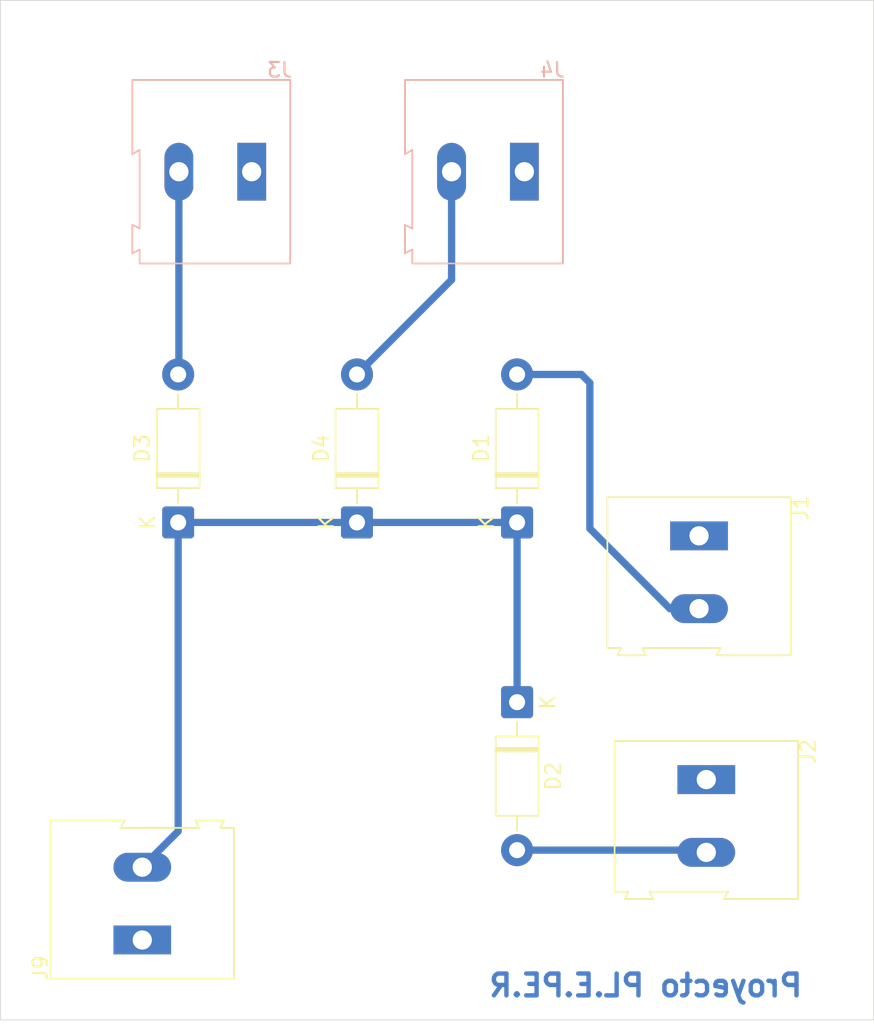
<source format=kicad_pcb>
(kicad_pcb (version 20241229) (generator "pcbnew") (generator_version "9.0")
  (layers (0 "F.Cu" signal) (2 "B.Cu" signal) (13 "F.Paste" user) (15 "B.Paste" user) (5 "F.SilkS" user "F.Silkscreen") (7 "B.SilkS" user "B.Silkscreen") (1 "F.Mask" user) (3 "B.Mask" user) (25 "Edge.Cuts" user))
  (net 0 "")
  (net 1 "Net-(D1-A)")
  (net 2 "Net-(D1-K)")
  (net 3 "Net-(D2-A)")
  (net 4 "Net-(D3-A)")
  (net 5 "Net-(D4-A)")
  (net 6 "Earth")
  (footprint "Diode_THT:D_DO-41_SOD81_P10.16mm_Horizontal" (layer "F.Cu") (at 120 116.92 -90)
    (property "Reference" "D2" (at 5.08 -2.47 90) (layer "F.SilkS"))
    (property "Value" "1N5819WS")
    (fp_line (start 1.34 0) (end 2.36 0) (stroke (width 0.12)) (layer "F.SilkS"))
    (fp_line (start 8.82 0) (end 7.8 0) (stroke (width 0.12)) (layer "F.SilkS"))
    (fp_line (start 3.14 -1.47) (end 3.14 1.47) (stroke (width 0.12)) (layer "F.SilkS"))
    (fp_line (start 3.26 -1.47) (end 3.26 1.47) (stroke (width 0.12)) (layer "F.SilkS"))
    (fp_line (start 3.38 -1.47) (end 3.38 1.47) (stroke (width 0.12)) (layer "F.SilkS"))
    (fp_rect (start 2.36 -1.47) (end 7.8 1.47) (stroke (width 0.12)) (fill no) (layer "F.SilkS"))
    (fp_text user "K" (at 0 -2.1 90) (layer "F.SilkS"))
    (pad "1" thru_hole roundrect (at 0 0 270) (size 2.2 2.2) (drill 1.1) (layers "*.Cu" "*.Mask") (roundrect_rratio 0.113636) (net 2 "Net-(D1-K)"))
    (pad "2" thru_hole circle (at 10.16 0 270) (size 2.2 2.2) (drill 1.1) (layers "*.Cu" "*.Mask") (net 3 "Net-(D2-A)"))
  )
  (footprint "Diode_THT:D_DO-41_SOD81_P10.16mm_Horizontal" (layer "F.Cu") (at 120 104.58 90)
    (property "Reference" "D1" (at 5.08 -2.47 90) (layer "F.SilkS"))
    (property "Value" "1N5819WS" (hide yes))
    (fp_line (start 3.38 -1.47) (end 3.38 1.47) (stroke (width 0.12)) (layer "F.SilkS"))
    (fp_line (start 3.26 -1.47) (end 3.26 1.47) (stroke (width 0.12)) (layer "F.SilkS"))
    (fp_line (start 3.14 -1.47) (end 3.14 1.47) (stroke (width 0.12)) (layer "F.SilkS"))
    (fp_line (start 8.82 0) (end 7.8 0) (stroke (width 0.12)) (layer "F.SilkS"))
    (fp_line (start 1.34 0) (end 2.36 0) (stroke (width 0.12)) (layer "F.SilkS"))
    (fp_rect (start 2.36 -1.47) (end 7.8 1.47) (stroke (width 0.12)) (fill no) (layer "F.SilkS"))
    (fp_text user "K" (at 0 -2.1 90) (layer "F.SilkS"))
    (pad "1" thru_hole roundrect (at 0 0 90) (size 2.2 2.2) (drill 1.1) (layers "*.Cu" "*.Mask") (roundrect_rratio 0.113636) (net 2 "Net-(D1-K)"))
    (pad "2" thru_hole circle (at 10.16 0 90) (size 2.2 2.2) (drill 1.1) (layers "*.Cu" "*.Mask") (net 1 "Net-(D1-A)"))
  )
  (footprint "TerminalBlock:TerminalBlock_Altech_AK300-2_P5.00mm" (layer "F.Cu") (at 133 122.235 -90)
    (property "Reference" "J2" (at -1.92 -6.99 90) (layer "F.SilkS"))
    (property "Value" "Screw_Terminal_01x02")
    (fp_line (start -2.65 6.3) (end 7.7 6.3) (stroke (width 0.12)) (layer "F.SilkS"))
    (fp_line (start 7.7 6.3) (end 7.7 5.35) (stroke (width 0.12)) (layer "F.SilkS"))
    (fp_line (start 8.2 5.6) (end 8.2 3.7) (stroke (width 0.12)) (layer "F.SilkS"))
    (fp_line (start 7.7 5.35) (end 8.2 5.6) (stroke (width 0.12)) (layer "F.SilkS"))
    (fp_line (start 7.7 3.9) (end 7.7 -1.5) (stroke (width 0.12)) (layer "F.SilkS"))
    (fp_line (start 8.2 3.7) (end 8.2 3.65) (stroke (width 0.12)) (layer "F.SilkS"))
    (fp_line (start 8.2 3.65) (end 7.7 3.9) (stroke (width 0.12)) (layer "F.SilkS"))
    (fp_line (start 8.2 -1.2) (end 8.2 -6.3) (stroke (width 0.12)) (layer "F.SilkS"))
    (fp_line (start 7.7 -1.5) (end 8.2 -1.2) (stroke (width 0.12)) (layer "F.SilkS"))
    (fp_line (start -2.65 -6.3) (end -2.65 6.3) (stroke (width 0.12)) (layer "F.SilkS"))
    (fp_line (start 8.2 -6.3) (end -2.65 -6.3) (stroke (width 0.12)) (layer "F.SilkS"))
    (pad "1" thru_hole rect (at 0 0 270) (size 1.98 3.96) (drill 1.32) (layers "*.Cu" "*.Mask") (net 6 "Earth"))
    (pad "2" thru_hole oval (at 5 0 270) (size 1.98 3.96) (drill 1.32) (layers "*.Cu" "*.Mask") (net 3 "Net-(D2-A)"))
  )
  (footprint "Diode_THT:D_DO-41_SOD81_P10.16mm_Horizontal" (layer "F.Cu") (at 96.715 104.58 90)
    (property "Reference" "D3" (at 5.08 -2.47 90) (layer "F.SilkS"))
    (property "Value" "1N5819WS")
    (fp_line (start 3.38 -1.47) (end 3.38 1.47) (stroke (width 0.12)) (layer "F.SilkS"))
    (fp_line (start 3.26 -1.47) (end 3.26 1.47) (stroke (width 0.12)) (layer "F.SilkS"))
    (fp_line (start 3.14 -1.47) (end 3.14 1.47) (stroke (width 0.12)) (layer "F.SilkS"))
    (fp_line (start 8.82 0) (end 7.8 0) (stroke (width 0.12)) (layer "F.SilkS"))
    (fp_line (start 1.34 0) (end 2.36 0) (stroke (width 0.12)) (layer "F.SilkS"))
    (fp_rect (start 2.36 -1.47) (end 7.8 1.47) (stroke (width 0.12)) (fill no) (layer "F.SilkS"))
    (fp_text user "K" (at 0 -2.1 90) (layer "F.SilkS"))
    (pad "1" thru_hole roundrect (at 0 0 90) (size 2.2 2.2) (drill 1.1) (layers "*.Cu" "*.Mask") (roundrect_rratio 0.113636) (net 2 "Net-(D1-K)"))
    (pad "2" thru_hole circle (at 10.16 0 90) (size 2.2 2.2) (drill 1.1) (layers "*.Cu" "*.Mask") (net 4 "Net-(D3-A)"))
  )
  (footprint "TerminalBlock:TerminalBlock_Altech_AK300-2_P5.00mm" (layer "F.Cu") (at 94.25 133.25 90)
    (property "Reference" "J9" (at -1.92 -6.99 90) (layer "F.SilkS"))
    (property "Value" "Screw_Terminal_01x02")
    (fp_line (start 8.2 -6.3) (end -2.65 -6.3) (stroke (width 0.12)) (layer "F.SilkS"))
    (fp_line (start -2.65 -6.3) (end -2.65 6.3) (stroke (width 0.12)) (layer "F.SilkS"))
    (fp_line (start 7.7 -1.5) (end 8.2 -1.2) (stroke (width 0.12)) (layer "F.SilkS"))
    (fp_line (start 8.2 -1.2) (end 8.2 -6.3) (stroke (width 0.12)) (layer "F.SilkS"))
    (fp_line (start 8.2 3.65) (end 7.7 3.9) (stroke (width 0.12)) (layer "F.SilkS"))
    (fp_line (start 8.2 3.7) (end 8.2 3.65) (stroke (width 0.12)) (layer "F.SilkS"))
    (fp_line (start 7.7 3.9) (end 7.7 -1.5) (stroke (width 0.12)) (layer "F.SilkS"))
    (fp_line (start 7.7 5.35) (end 8.2 5.6) (stroke (width 0.12)) (layer "F.SilkS"))
    (fp_line (start 8.2 5.6) (end 8.2 3.7) (stroke (width 0.12)) (layer "F.SilkS"))
    (fp_line (start 7.7 6.3) (end 7.7 5.35) (stroke (width 0.12)) (layer "F.SilkS"))
    (fp_line (start -2.65 6.3) (end 7.7 6.3) (stroke (width 0.12)) (layer "F.SilkS"))
    (pad "1" thru_hole rect (at 0 0 90) (size 1.98 3.96) (drill 1.32) (layers "*.Cu" "*.Mask") (net 6 "Earth"))
    (pad "2" thru_hole oval (at 5 0 90) (size 1.98 3.96) (drill 1.32) (layers "*.Cu" "*.Mask") (net 2 "Net-(D1-K)"))
  )
  (footprint "Diode_THT:D_DO-41_SOD81_P10.16mm_Horizontal" (layer "F.Cu") (at 109 104.58 90)
    (property "Reference" "D4" (at 5.08 -2.47 90) (layer "F.SilkS"))
    (property "Value" "1N5819WS")
    (fp_line (start 3.38 -1.47) (end 3.38 1.47) (stroke (width 0.12)) (layer "F.SilkS"))
    (fp_line (start 3.26 -1.47) (end 3.26 1.47) (stroke (width 0.12)) (layer "F.SilkS"))
    (fp_line (start 3.14 -1.47) (end 3.14 1.47) (stroke (width 0.12)) (layer "F.SilkS"))
    (fp_line (start 8.82 0) (end 7.8 0) (stroke (width 0.12)) (layer "F.SilkS"))
    (fp_line (start 1.34 0) (end 2.36 0) (stroke (width 0.12)) (layer "F.SilkS"))
    (fp_rect (start 2.36 -1.47) (end 7.8 1.47) (stroke (width 0.12)) (fill no) (layer "F.SilkS"))
    (fp_text user "K" (at 0 -2.1 90) (layer "F.SilkS"))
    (pad "1" thru_hole roundrect (at 0 0 90) (size 2.2 2.2) (drill 1.1) (layers "*.Cu" "*.Mask") (roundrect_rratio 0.113636) (net 2 "Net-(D1-K)"))
    (pad "2" thru_hole circle (at 10.16 0 90) (size 2.2 2.2) (drill 1.1) (layers "*.Cu" "*.Mask") (net 5 "Net-(D4-A)"))
  )
  (footprint "TerminalBlock:TerminalBlock_Altech_AK300-2_P5.00mm" (layer "F.Cu") (at 132.5 105.5 -90)
    (property "Reference" "J1" (at -1.92 -6.99 90) (layer "F.SilkS"))
    (property "Value" "Screw_Terminal_01x02")
    (fp_line (start -2.65 6.3) (end 7.7 6.3) (stroke (width 0.12)) (layer "F.SilkS"))
    (fp_line (start 7.7 6.3) (end 7.7 5.35) (stroke (width 0.12)) (layer "F.SilkS"))
    (fp_line (start 8.2 5.6) (end 8.2 3.7) (stroke (width 0.12)) (layer "F.SilkS"))
    (fp_line (start 7.7 5.35) (end 8.2 5.6) (stroke (width 0.12)) (layer "F.SilkS"))
    (fp_line (start 7.7 3.9) (end 7.7 -1.5) (stroke (width 0.12)) (layer "F.SilkS"))
    (fp_line (start 8.2 3.7) (end 8.2 3.65) (stroke (width 0.12)) (layer "F.SilkS"))
    (fp_line (start 8.2 3.65) (end 7.7 3.9) (stroke (width 0.12)) (layer "F.SilkS"))
    (fp_line (start 8.2 -1.2) (end 8.2 -6.3) (stroke (width 0.12)) (layer "F.SilkS"))
    (fp_line (start 7.7 -1.5) (end 8.2 -1.2) (stroke (width 0.12)) (layer "F.SilkS"))
    (fp_line (start -2.65 -6.3) (end -2.65 6.3) (stroke (width 0.12)) (layer "F.SilkS"))
    (fp_line (start 8.2 -6.3) (end -2.65 -6.3) (stroke (width 0.12)) (layer "F.SilkS"))
    (pad "1" thru_hole rect (at 0 0 270) (size 1.98 3.96) (drill 1.32) (layers "*.Cu" "*.Mask") (net 6 "Earth"))
    (pad "2" thru_hole oval (at 5 0 270) (size 1.98 3.96) (drill 1.32) (layers "*.Cu" "*.Mask") (net 1 "Net-(D1-A)"))
  )
  (footprint "TerminalBlock:TerminalBlock_Altech_AK300-2_P5.00mm" (layer "B.Cu") (at 101.765 80.5 180)
    (property "Reference" "J3" (at -1.92 6.99 0) (layer "B.SilkS") (effects (justify mirror)))
    (property "Value" "Screw_Terminal_01x02")
    (fp_line (start 8.2 6.3) (end -2.65 6.3) (stroke (width 0.12)) (layer "B.SilkS"))
    (fp_line (start 8.2 1.2) (end 8.2 6.3) (stroke (width 0.12)) (layer "B.SilkS"))
    (fp_line (start 8.2 -3.65) (end 7.7 -3.9) (stroke (width 0.12)) (layer "B.SilkS"))
    (fp_line (start 8.2 -3.7) (end 8.2 -3.65) (stroke (width 0.12)) (layer "B.SilkS"))
    (fp_line (start 8.2 -5.6) (end 8.2 -3.7) (stroke (width 0.12)) (layer "B.SilkS"))
    (fp_line (start 7.7 1.5) (end 8.2 1.2) (stroke (width 0.12)) (layer "B.SilkS"))
    (fp_line (start 7.7 -3.9) (end 7.7 1.5) (stroke (width 0.12)) (layer "B.SilkS"))
    (fp_line (start 7.7 -5.35) (end 8.2 -5.6) (stroke (width 0.12)) (layer "B.SilkS"))
    (fp_line (start 7.7 -6.3) (end 7.7 -5.35) (stroke (width 0.12)) (layer "B.SilkS"))
    (fp_line (start -2.65 6.3) (end -2.65 -6.3) (stroke (width 0.12)) (layer "B.SilkS"))
    (fp_line (start -2.65 -6.3) (end 7.7 -6.3) (stroke (width 0.12)) (layer "B.SilkS"))
    (pad "1" thru_hole rect (at 0 0 180) (size 1.98 3.96) (drill 1.32) (layers "*.Cu" "*.Mask") (net 6 "Earth"))
    (pad "2" thru_hole oval (at 5 0 180) (size 1.98 3.96) (drill 1.32) (layers "*.Cu" "*.Mask") (net 4 "Net-(D3-A)"))
  )
  (footprint "TerminalBlock:TerminalBlock_Altech_AK300-2_P5.00mm" (layer "B.Cu") (at 120.5 80.5 180)
    (property "Reference" "J4" (at -1.92 6.99 0) (layer "B.SilkS") (effects (justify mirror)))
    (property "Value" "Screw_Terminal_01x02")
    (fp_line (start 8.2 6.3) (end -2.65 6.3) (stroke (width 0.12)) (layer "B.SilkS"))
    (fp_line (start 8.2 1.2) (end 8.2 6.3) (stroke (width 0.12)) (layer "B.SilkS"))
    (fp_line (start 8.2 -3.65) (end 7.7 -3.9) (stroke (width 0.12)) (layer "B.SilkS"))
    (fp_line (start 8.2 -3.7) (end 8.2 -3.65) (stroke (width 0.12)) (layer "B.SilkS"))
    (fp_line (start 8.2 -5.6) (end 8.2 -3.7) (stroke (width 0.12)) (layer "B.SilkS"))
    (fp_line (start 7.7 1.5) (end 8.2 1.2) (stroke (width 0.12)) (layer "B.SilkS"))
    (fp_line (start 7.7 -3.9) (end 7.7 1.5) (stroke (width 0.12)) (layer "B.SilkS"))
    (fp_line (start 7.7 -5.35) (end 8.2 -5.6) (stroke (width 0.12)) (layer "B.SilkS"))
    (fp_line (start 7.7 -6.3) (end 7.7 -5.35) (stroke (width 0.12)) (layer "B.SilkS"))
    (fp_line (start -2.65 6.3) (end -2.65 -6.3) (stroke (width 0.12)) (layer "B.SilkS"))
    (fp_line (start -2.65 -6.3) (end 7.7 -6.3) (stroke (width 0.12)) (layer "B.SilkS"))
    (pad "1" thru_hole rect (at 0 0 180) (size 1.98 3.96) (drill 1.32) (layers "*.Cu" "*.Mask") (net 6 "Earth"))
    (pad "2" thru_hole oval (at 5 0 180) (size 1.98 3.96) (drill 1.32) (layers "*.Cu" "*.Mask") (net 5 "Net-(D4-A)"))
  )
  (gr_rect (start 84.5 68.735) (end 144.5 138.735) (stroke (width 0.05)) (fill no) (layer "Edge.Cuts"))
  (gr_text "Proyecto PL.E.PE.R" (at 139.75 137.25 0) (layer "B.Cu") (effects (font (size 1.5 1.5) (thickness 0.3) (bold yes)) (justify left bottom mirror)))
  (segment (start 130.5 110.5) (end 132.5 110.5) (width 0.5) (layer "B.Cu") (net 1))
  (segment (start 125 105) (end 130.5 110.5) (width 0.5) (layer "B.Cu") (net 1))
  (segment (start 120 94.42) (end 124.42 94.42) (width 0.5) (layer "B.Cu") (net 1))
  (segment (start 125 95) (end 125 105) (width 0.5) (layer "B.Cu") (net 1))
  (segment (start 124.42 94.42) (end 125 95) (width 0.5) (layer "B.Cu") (net 1))
  (segment (start 120 116.92) (end 120 104.58) (width 0.5) (layer "B.Cu") (net 2))
  (segment (start 96.715 125.785) (end 94.25 128.25) (width 0.5) (layer "B.Cu") (net 2))
  (segment (start 96.715 104.58) (end 109 104.58) (width 0.5) (layer "B.Cu") (net 2))
  (segment (start 109 104.58) (end 120 104.58) (width 0.5) (layer "B.Cu") (net 2))
  (segment (start 96.715 104.315) (end 96.715 125.785) (width 0.5) (layer "B.Cu") (net 2))
  (segment (start 120 127.08) (end 132.845 127.08) (width 0.5) (layer "B.Cu") (net 3))
  (segment (start 132.845 127.08) (end 133 127.235) (width 0.5) (layer "B.Cu") (net 3))
  (segment (start 96.765 94.37) (end 96.715 94.42) (width 0.5) (layer "B.Cu") (net 4))
  (segment (start 96.765 80.5) (end 96.765 94.37) (width 0.5) (layer "B.Cu") (net 4))
  (segment (start 115.5 80.5) (end 115.5 87.92) (width 0.5) (layer "B.Cu") (net 5))
  (segment (start 115.5 87.92) (end 109 94.42) (width 0.5) (layer "B.Cu") (net 5))
  (segment (start 133 122.235) (end 133.265 122.235) (width 0.2) (layer "B.Cu") (net 6))
)
</source>
